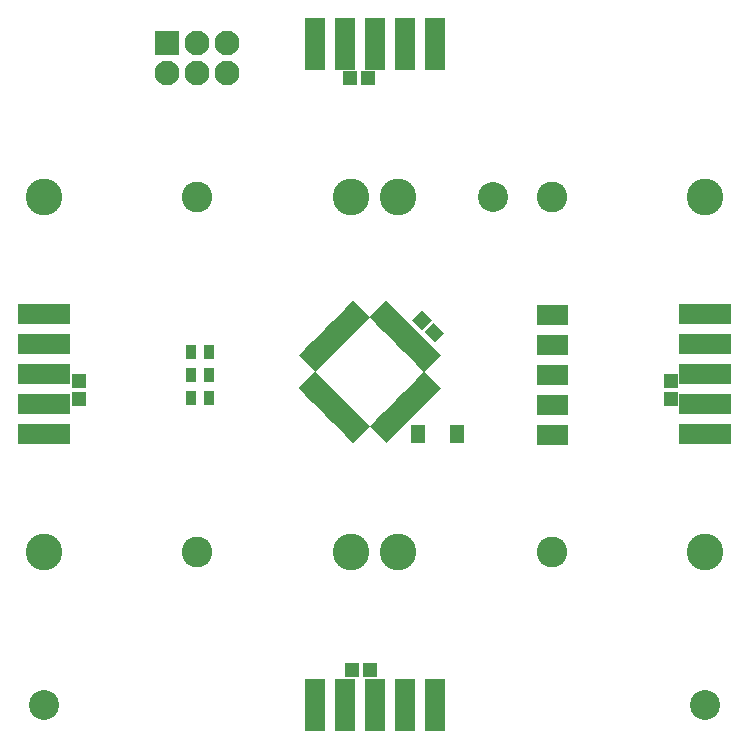
<source format=gbs>
G04 #@! TF.FileFunction,Soldermask,Bot*
%FSLAX46Y46*%
G04 Gerber Fmt 4.6, Leading zero omitted, Abs format (unit mm)*
G04 Created by KiCad (PCBNEW 4.0.7-e2-6376~58~ubuntu16.04.1) date Fri Jan 12 15:29:44 2018*
%MOMM*%
%LPD*%
G01*
G04 APERTURE LIST*
%ADD10C,0.100000*%
%ADD11R,1.200000X1.150000*%
%ADD12R,1.150000X1.200000*%
%ADD13C,2.540000*%
%ADD14R,2.100000X2.100000*%
%ADD15C,2.100000*%
%ADD16R,1.370000X1.670000*%
%ADD17R,4.400000X1.670000*%
%ADD18R,1.670000X4.400000*%
%ADD19C,2.600000*%
%ADD20C,3.100000*%
%ADD21R,0.900000X1.300000*%
%ADD22R,1.300000X1.600000*%
G04 APERTURE END LIST*
D10*
G36*
X34830850Y34582322D02*
X34017678Y33769150D01*
X33169150Y34617678D01*
X33982322Y35430850D01*
X34830850Y34582322D01*
X34830850Y34582322D01*
G37*
G36*
X35891510Y33521662D02*
X35078338Y32708490D01*
X34229810Y33557018D01*
X35042982Y34370190D01*
X35891510Y33521662D01*
X35891510Y33521662D01*
G37*
D11*
X29464000Y55118000D03*
X27964000Y55118000D03*
D12*
X55118000Y29464000D03*
X55118000Y27964000D03*
D11*
X29591000Y4953000D03*
X28091000Y4953000D03*
D12*
X4953000Y29440000D03*
X4953000Y27940000D03*
D13*
X58000000Y2000000D03*
X2000000Y2000000D03*
X40000000Y45000000D03*
D14*
X12460000Y58039000D03*
D15*
X12460000Y55499000D03*
X15000000Y58039000D03*
X15000000Y55499000D03*
X17540000Y58039000D03*
X17540000Y55499000D03*
D16*
X44459377Y24864309D03*
X45739377Y24864309D03*
X44459377Y27404309D03*
X45739377Y27404309D03*
X44449377Y29944309D03*
X45729377Y29944309D03*
X44459377Y32484309D03*
X45739377Y32484309D03*
X44459377Y35024309D03*
X45739377Y35024309D03*
D17*
X2000000Y35080000D03*
X2000000Y32540000D03*
X2000000Y30000000D03*
X2000000Y27460000D03*
X2000000Y24920000D03*
D18*
X35080000Y2000000D03*
X32540000Y2000000D03*
X30000000Y2000000D03*
X27460000Y2000000D03*
X24920000Y2000000D03*
X35080000Y58000000D03*
X32540000Y58000000D03*
X30000000Y58000000D03*
X27460000Y58000000D03*
X24920000Y58000000D03*
D17*
X58000000Y35080000D03*
X58000000Y32540000D03*
X58000000Y30000000D03*
X58000000Y27460000D03*
X58000000Y24920000D03*
D19*
X15000000Y45000000D03*
X45000000Y45000000D03*
X15000000Y15000000D03*
X45000000Y15000000D03*
D20*
X2000000Y45000000D03*
X28000000Y45000000D03*
X32000000Y45000000D03*
X58000000Y45000000D03*
X2000000Y15000000D03*
X28000000Y15000000D03*
X32000000Y15000000D03*
X58000000Y15000000D03*
D21*
X14503000Y27986000D03*
X16003000Y27986000D03*
X14502000Y29972000D03*
X16002000Y29972000D03*
X14503000Y31923000D03*
X16003000Y31923000D03*
D10*
G36*
X30996536Y36278086D02*
X31668288Y35606334D01*
X30254074Y34192120D01*
X29582322Y34863872D01*
X30996536Y36278086D01*
X30996536Y36278086D01*
G37*
G36*
X31562221Y35712400D02*
X32233973Y35040648D01*
X30819759Y33626434D01*
X30148007Y34298186D01*
X31562221Y35712400D01*
X31562221Y35712400D01*
G37*
G36*
X32127907Y35146715D02*
X32799659Y34474963D01*
X31385445Y33060749D01*
X30713693Y33732501D01*
X32127907Y35146715D01*
X32127907Y35146715D01*
G37*
G36*
X32693592Y34581030D02*
X33365344Y33909278D01*
X31951130Y32495064D01*
X31279378Y33166816D01*
X32693592Y34581030D01*
X32693592Y34581030D01*
G37*
G36*
X33259278Y34015344D02*
X33931030Y33343592D01*
X32516816Y31929378D01*
X31845064Y32601130D01*
X33259278Y34015344D01*
X33259278Y34015344D01*
G37*
G36*
X33824963Y33449659D02*
X34496715Y32777907D01*
X33082501Y31363693D01*
X32410749Y32035445D01*
X33824963Y33449659D01*
X33824963Y33449659D01*
G37*
G36*
X34390648Y32883973D02*
X35062400Y32212221D01*
X33648186Y30798007D01*
X32976434Y31469759D01*
X34390648Y32883973D01*
X34390648Y32883973D01*
G37*
G36*
X34956334Y32318288D02*
X35628086Y31646536D01*
X34213872Y30232322D01*
X33542120Y30904074D01*
X34956334Y32318288D01*
X34956334Y32318288D01*
G37*
G36*
X35628086Y28853464D02*
X34956334Y28181712D01*
X33542120Y29595926D01*
X34213872Y30267678D01*
X35628086Y28853464D01*
X35628086Y28853464D01*
G37*
G36*
X35062400Y28287779D02*
X34390648Y27616027D01*
X32976434Y29030241D01*
X33648186Y29701993D01*
X35062400Y28287779D01*
X35062400Y28287779D01*
G37*
G36*
X34496715Y27722093D02*
X33824963Y27050341D01*
X32410749Y28464555D01*
X33082501Y29136307D01*
X34496715Y27722093D01*
X34496715Y27722093D01*
G37*
G36*
X33931030Y27156408D02*
X33259278Y26484656D01*
X31845064Y27898870D01*
X32516816Y28570622D01*
X33931030Y27156408D01*
X33931030Y27156408D01*
G37*
G36*
X33365344Y26590722D02*
X32693592Y25918970D01*
X31279378Y27333184D01*
X31951130Y28004936D01*
X33365344Y26590722D01*
X33365344Y26590722D01*
G37*
G36*
X32799659Y26025037D02*
X32127907Y25353285D01*
X30713693Y26767499D01*
X31385445Y27439251D01*
X32799659Y26025037D01*
X32799659Y26025037D01*
G37*
G36*
X32233973Y25459352D02*
X31562221Y24787600D01*
X30148007Y26201814D01*
X30819759Y26873566D01*
X32233973Y25459352D01*
X32233973Y25459352D01*
G37*
G36*
X31668288Y24893666D02*
X30996536Y24221914D01*
X29582322Y25636128D01*
X30254074Y26307880D01*
X31668288Y24893666D01*
X31668288Y24893666D01*
G37*
G36*
X28945926Y26307880D02*
X29617678Y25636128D01*
X28203464Y24221914D01*
X27531712Y24893666D01*
X28945926Y26307880D01*
X28945926Y26307880D01*
G37*
G36*
X28380241Y26873566D02*
X29051993Y26201814D01*
X27637779Y24787600D01*
X26966027Y25459352D01*
X28380241Y26873566D01*
X28380241Y26873566D01*
G37*
G36*
X27814555Y27439251D02*
X28486307Y26767499D01*
X27072093Y25353285D01*
X26400341Y26025037D01*
X27814555Y27439251D01*
X27814555Y27439251D01*
G37*
G36*
X27248870Y28004936D02*
X27920622Y27333184D01*
X26506408Y25918970D01*
X25834656Y26590722D01*
X27248870Y28004936D01*
X27248870Y28004936D01*
G37*
G36*
X26683184Y28570622D02*
X27354936Y27898870D01*
X25940722Y26484656D01*
X25268970Y27156408D01*
X26683184Y28570622D01*
X26683184Y28570622D01*
G37*
G36*
X26117499Y29136307D02*
X26789251Y28464555D01*
X25375037Y27050341D01*
X24703285Y27722093D01*
X26117499Y29136307D01*
X26117499Y29136307D01*
G37*
G36*
X25551814Y29701993D02*
X26223566Y29030241D01*
X24809352Y27616027D01*
X24137600Y28287779D01*
X25551814Y29701993D01*
X25551814Y29701993D01*
G37*
G36*
X24986128Y30267678D02*
X25657880Y29595926D01*
X24243666Y28181712D01*
X23571914Y28853464D01*
X24986128Y30267678D01*
X24986128Y30267678D01*
G37*
G36*
X25657880Y30904074D02*
X24986128Y30232322D01*
X23571914Y31646536D01*
X24243666Y32318288D01*
X25657880Y30904074D01*
X25657880Y30904074D01*
G37*
G36*
X26223566Y31469759D02*
X25551814Y30798007D01*
X24137600Y32212221D01*
X24809352Y32883973D01*
X26223566Y31469759D01*
X26223566Y31469759D01*
G37*
G36*
X26789251Y32035445D02*
X26117499Y31363693D01*
X24703285Y32777907D01*
X25375037Y33449659D01*
X26789251Y32035445D01*
X26789251Y32035445D01*
G37*
G36*
X27354936Y32601130D02*
X26683184Y31929378D01*
X25268970Y33343592D01*
X25940722Y34015344D01*
X27354936Y32601130D01*
X27354936Y32601130D01*
G37*
G36*
X27920622Y33166816D02*
X27248870Y32495064D01*
X25834656Y33909278D01*
X26506408Y34581030D01*
X27920622Y33166816D01*
X27920622Y33166816D01*
G37*
G36*
X28486307Y33732501D02*
X27814555Y33060749D01*
X26400341Y34474963D01*
X27072093Y35146715D01*
X28486307Y33732501D01*
X28486307Y33732501D01*
G37*
G36*
X29051993Y34298186D02*
X28380241Y33626434D01*
X26966027Y35040648D01*
X27637779Y35712400D01*
X29051993Y34298186D01*
X29051993Y34298186D01*
G37*
G36*
X29617678Y34863872D02*
X28945926Y34192120D01*
X27531712Y35606334D01*
X28203464Y36278086D01*
X29617678Y34863872D01*
X29617678Y34863872D01*
G37*
D22*
X33656000Y24938000D03*
X36956000Y24938000D03*
M02*

</source>
